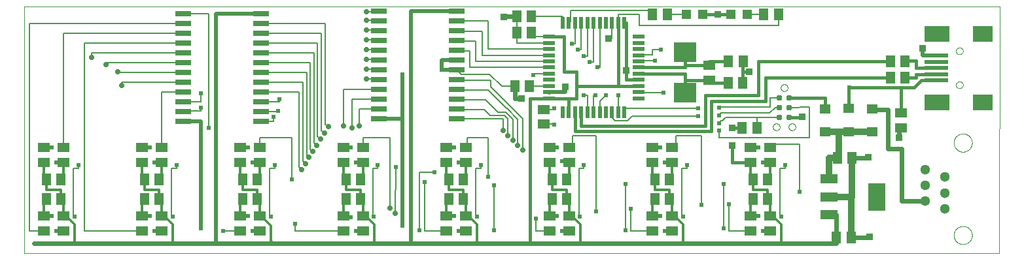
<source format=gtl>
G75*
%MOIN*%
%OFA0B0*%
%FSLAX25Y25*%
%IPPOS*%
%LPD*%
%AMOC8*
5,1,8,0,0,1.08239X$1,22.5*
%
%ADD10C,0.00000*%
%ADD11C,0.03100*%
%ADD12R,0.05512X0.04724*%
%ADD13R,0.09843X0.07874*%
%ADD14R,0.12992X0.07874*%
%ADD15R,0.12205X0.01969*%
%ADD16R,0.05118X0.06299*%
%ADD17R,0.05906X0.05118*%
%ADD18R,0.05118X0.05906*%
%ADD19C,0.05118*%
%ADD20R,0.01969X0.05906*%
%ADD21R,0.05906X0.01969*%
%ADD22R,0.11811X0.09843*%
%ADD23R,0.04724X0.04724*%
%ADD24R,0.08800X0.04800*%
%ADD25R,0.08661X0.14173*%
%ADD26R,0.08000X0.02600*%
%ADD27R,0.06299X0.05118*%
%ADD28C,0.02000*%
%ADD29R,0.02381X0.02381*%
%ADD30R,0.02184X0.02184*%
%ADD31C,0.02381*%
%ADD32C,0.00800*%
%ADD33C,0.01600*%
%ADD34C,0.03200*%
%ADD35R,0.02400X0.02400*%
%ADD36C,0.02400*%
%ADD37R,0.03169X0.03169*%
%ADD38C,0.01200*%
%ADD39OC8,0.02381*%
D10*
X0002667Y0027025D02*
X0002667Y0153025D01*
X0499596Y0153025D01*
X0499355Y0027025D01*
X0002667Y0027025D01*
X0384008Y0091346D02*
X0384010Y0091429D01*
X0384016Y0091512D01*
X0384026Y0091595D01*
X0384040Y0091677D01*
X0384057Y0091759D01*
X0384079Y0091839D01*
X0384104Y0091918D01*
X0384133Y0091996D01*
X0384166Y0092073D01*
X0384203Y0092148D01*
X0384242Y0092221D01*
X0384286Y0092292D01*
X0384332Y0092361D01*
X0384382Y0092428D01*
X0384435Y0092492D01*
X0384491Y0092554D01*
X0384550Y0092613D01*
X0384612Y0092669D01*
X0384676Y0092722D01*
X0384743Y0092772D01*
X0384812Y0092818D01*
X0384883Y0092862D01*
X0384956Y0092901D01*
X0385031Y0092938D01*
X0385108Y0092971D01*
X0385186Y0093000D01*
X0385265Y0093025D01*
X0385345Y0093047D01*
X0385427Y0093064D01*
X0385509Y0093078D01*
X0385592Y0093088D01*
X0385675Y0093094D01*
X0385758Y0093096D01*
X0385841Y0093094D01*
X0385924Y0093088D01*
X0386007Y0093078D01*
X0386089Y0093064D01*
X0386171Y0093047D01*
X0386251Y0093025D01*
X0386330Y0093000D01*
X0386408Y0092971D01*
X0386485Y0092938D01*
X0386560Y0092901D01*
X0386633Y0092862D01*
X0386704Y0092818D01*
X0386773Y0092772D01*
X0386840Y0092722D01*
X0386904Y0092669D01*
X0386966Y0092613D01*
X0387025Y0092554D01*
X0387081Y0092492D01*
X0387134Y0092428D01*
X0387184Y0092361D01*
X0387230Y0092292D01*
X0387274Y0092221D01*
X0387313Y0092148D01*
X0387350Y0092073D01*
X0387383Y0091996D01*
X0387412Y0091918D01*
X0387437Y0091839D01*
X0387459Y0091759D01*
X0387476Y0091677D01*
X0387490Y0091595D01*
X0387500Y0091512D01*
X0387506Y0091429D01*
X0387508Y0091346D01*
X0387506Y0091263D01*
X0387500Y0091180D01*
X0387490Y0091097D01*
X0387476Y0091015D01*
X0387459Y0090933D01*
X0387437Y0090853D01*
X0387412Y0090774D01*
X0387383Y0090696D01*
X0387350Y0090619D01*
X0387313Y0090544D01*
X0387274Y0090471D01*
X0387230Y0090400D01*
X0387184Y0090331D01*
X0387134Y0090264D01*
X0387081Y0090200D01*
X0387025Y0090138D01*
X0386966Y0090079D01*
X0386904Y0090023D01*
X0386840Y0089970D01*
X0386773Y0089920D01*
X0386704Y0089874D01*
X0386633Y0089830D01*
X0386560Y0089791D01*
X0386485Y0089754D01*
X0386408Y0089721D01*
X0386330Y0089692D01*
X0386251Y0089667D01*
X0386171Y0089645D01*
X0386089Y0089628D01*
X0386007Y0089614D01*
X0385924Y0089604D01*
X0385841Y0089598D01*
X0385758Y0089596D01*
X0385675Y0089598D01*
X0385592Y0089604D01*
X0385509Y0089614D01*
X0385427Y0089628D01*
X0385345Y0089645D01*
X0385265Y0089667D01*
X0385186Y0089692D01*
X0385108Y0089721D01*
X0385031Y0089754D01*
X0384956Y0089791D01*
X0384883Y0089830D01*
X0384812Y0089874D01*
X0384743Y0089920D01*
X0384676Y0089970D01*
X0384612Y0090023D01*
X0384550Y0090079D01*
X0384491Y0090138D01*
X0384435Y0090200D01*
X0384382Y0090264D01*
X0384332Y0090331D01*
X0384286Y0090400D01*
X0384242Y0090471D01*
X0384203Y0090544D01*
X0384166Y0090619D01*
X0384133Y0090696D01*
X0384104Y0090774D01*
X0384079Y0090853D01*
X0384057Y0090933D01*
X0384040Y0091015D01*
X0384026Y0091097D01*
X0384016Y0091180D01*
X0384010Y0091263D01*
X0384008Y0091346D01*
X0392008Y0091346D02*
X0392010Y0091429D01*
X0392016Y0091512D01*
X0392026Y0091595D01*
X0392040Y0091677D01*
X0392057Y0091759D01*
X0392079Y0091839D01*
X0392104Y0091918D01*
X0392133Y0091996D01*
X0392166Y0092073D01*
X0392203Y0092148D01*
X0392242Y0092221D01*
X0392286Y0092292D01*
X0392332Y0092361D01*
X0392382Y0092428D01*
X0392435Y0092492D01*
X0392491Y0092554D01*
X0392550Y0092613D01*
X0392612Y0092669D01*
X0392676Y0092722D01*
X0392743Y0092772D01*
X0392812Y0092818D01*
X0392883Y0092862D01*
X0392956Y0092901D01*
X0393031Y0092938D01*
X0393108Y0092971D01*
X0393186Y0093000D01*
X0393265Y0093025D01*
X0393345Y0093047D01*
X0393427Y0093064D01*
X0393509Y0093078D01*
X0393592Y0093088D01*
X0393675Y0093094D01*
X0393758Y0093096D01*
X0393841Y0093094D01*
X0393924Y0093088D01*
X0394007Y0093078D01*
X0394089Y0093064D01*
X0394171Y0093047D01*
X0394251Y0093025D01*
X0394330Y0093000D01*
X0394408Y0092971D01*
X0394485Y0092938D01*
X0394560Y0092901D01*
X0394633Y0092862D01*
X0394704Y0092818D01*
X0394773Y0092772D01*
X0394840Y0092722D01*
X0394904Y0092669D01*
X0394966Y0092613D01*
X0395025Y0092554D01*
X0395081Y0092492D01*
X0395134Y0092428D01*
X0395184Y0092361D01*
X0395230Y0092292D01*
X0395274Y0092221D01*
X0395313Y0092148D01*
X0395350Y0092073D01*
X0395383Y0091996D01*
X0395412Y0091918D01*
X0395437Y0091839D01*
X0395459Y0091759D01*
X0395476Y0091677D01*
X0395490Y0091595D01*
X0395500Y0091512D01*
X0395506Y0091429D01*
X0395508Y0091346D01*
X0395506Y0091263D01*
X0395500Y0091180D01*
X0395490Y0091097D01*
X0395476Y0091015D01*
X0395459Y0090933D01*
X0395437Y0090853D01*
X0395412Y0090774D01*
X0395383Y0090696D01*
X0395350Y0090619D01*
X0395313Y0090544D01*
X0395274Y0090471D01*
X0395230Y0090400D01*
X0395184Y0090331D01*
X0395134Y0090264D01*
X0395081Y0090200D01*
X0395025Y0090138D01*
X0394966Y0090079D01*
X0394904Y0090023D01*
X0394840Y0089970D01*
X0394773Y0089920D01*
X0394704Y0089874D01*
X0394633Y0089830D01*
X0394560Y0089791D01*
X0394485Y0089754D01*
X0394408Y0089721D01*
X0394330Y0089692D01*
X0394251Y0089667D01*
X0394171Y0089645D01*
X0394089Y0089628D01*
X0394007Y0089614D01*
X0393924Y0089604D01*
X0393841Y0089598D01*
X0393758Y0089596D01*
X0393675Y0089598D01*
X0393592Y0089604D01*
X0393509Y0089614D01*
X0393427Y0089628D01*
X0393345Y0089645D01*
X0393265Y0089667D01*
X0393186Y0089692D01*
X0393108Y0089721D01*
X0393031Y0089754D01*
X0392956Y0089791D01*
X0392883Y0089830D01*
X0392812Y0089874D01*
X0392743Y0089920D01*
X0392676Y0089970D01*
X0392612Y0090023D01*
X0392550Y0090079D01*
X0392491Y0090138D01*
X0392435Y0090200D01*
X0392382Y0090264D01*
X0392332Y0090331D01*
X0392286Y0090400D01*
X0392242Y0090471D01*
X0392203Y0090544D01*
X0392166Y0090619D01*
X0392133Y0090696D01*
X0392104Y0090774D01*
X0392079Y0090853D01*
X0392057Y0090933D01*
X0392040Y0091015D01*
X0392026Y0091097D01*
X0392016Y0091180D01*
X0392010Y0091263D01*
X0392008Y0091346D01*
X0388008Y0111346D02*
X0388010Y0111429D01*
X0388016Y0111512D01*
X0388026Y0111595D01*
X0388040Y0111677D01*
X0388057Y0111759D01*
X0388079Y0111839D01*
X0388104Y0111918D01*
X0388133Y0111996D01*
X0388166Y0112073D01*
X0388203Y0112148D01*
X0388242Y0112221D01*
X0388286Y0112292D01*
X0388332Y0112361D01*
X0388382Y0112428D01*
X0388435Y0112492D01*
X0388491Y0112554D01*
X0388550Y0112613D01*
X0388612Y0112669D01*
X0388676Y0112722D01*
X0388743Y0112772D01*
X0388812Y0112818D01*
X0388883Y0112862D01*
X0388956Y0112901D01*
X0389031Y0112938D01*
X0389108Y0112971D01*
X0389186Y0113000D01*
X0389265Y0113025D01*
X0389345Y0113047D01*
X0389427Y0113064D01*
X0389509Y0113078D01*
X0389592Y0113088D01*
X0389675Y0113094D01*
X0389758Y0113096D01*
X0389841Y0113094D01*
X0389924Y0113088D01*
X0390007Y0113078D01*
X0390089Y0113064D01*
X0390171Y0113047D01*
X0390251Y0113025D01*
X0390330Y0113000D01*
X0390408Y0112971D01*
X0390485Y0112938D01*
X0390560Y0112901D01*
X0390633Y0112862D01*
X0390704Y0112818D01*
X0390773Y0112772D01*
X0390840Y0112722D01*
X0390904Y0112669D01*
X0390966Y0112613D01*
X0391025Y0112554D01*
X0391081Y0112492D01*
X0391134Y0112428D01*
X0391184Y0112361D01*
X0391230Y0112292D01*
X0391274Y0112221D01*
X0391313Y0112148D01*
X0391350Y0112073D01*
X0391383Y0111996D01*
X0391412Y0111918D01*
X0391437Y0111839D01*
X0391459Y0111759D01*
X0391476Y0111677D01*
X0391490Y0111595D01*
X0391500Y0111512D01*
X0391506Y0111429D01*
X0391508Y0111346D01*
X0391506Y0111263D01*
X0391500Y0111180D01*
X0391490Y0111097D01*
X0391476Y0111015D01*
X0391459Y0110933D01*
X0391437Y0110853D01*
X0391412Y0110774D01*
X0391383Y0110696D01*
X0391350Y0110619D01*
X0391313Y0110544D01*
X0391274Y0110471D01*
X0391230Y0110400D01*
X0391184Y0110331D01*
X0391134Y0110264D01*
X0391081Y0110200D01*
X0391025Y0110138D01*
X0390966Y0110079D01*
X0390904Y0110023D01*
X0390840Y0109970D01*
X0390773Y0109920D01*
X0390704Y0109874D01*
X0390633Y0109830D01*
X0390560Y0109791D01*
X0390485Y0109754D01*
X0390408Y0109721D01*
X0390330Y0109692D01*
X0390251Y0109667D01*
X0390171Y0109645D01*
X0390089Y0109628D01*
X0390007Y0109614D01*
X0389924Y0109604D01*
X0389841Y0109598D01*
X0389758Y0109596D01*
X0389675Y0109598D01*
X0389592Y0109604D01*
X0389509Y0109614D01*
X0389427Y0109628D01*
X0389345Y0109645D01*
X0389265Y0109667D01*
X0389186Y0109692D01*
X0389108Y0109721D01*
X0389031Y0109754D01*
X0388956Y0109791D01*
X0388883Y0109830D01*
X0388812Y0109874D01*
X0388743Y0109920D01*
X0388676Y0109970D01*
X0388612Y0110023D01*
X0388550Y0110079D01*
X0388491Y0110138D01*
X0388435Y0110200D01*
X0388382Y0110264D01*
X0388332Y0110331D01*
X0388286Y0110400D01*
X0388242Y0110471D01*
X0388203Y0110544D01*
X0388166Y0110619D01*
X0388133Y0110696D01*
X0388104Y0110774D01*
X0388079Y0110853D01*
X0388057Y0110933D01*
X0388040Y0111015D01*
X0388026Y0111097D01*
X0388016Y0111180D01*
X0388010Y0111263D01*
X0388008Y0111346D01*
X0477273Y0112852D02*
X0477275Y0112936D01*
X0477281Y0113019D01*
X0477291Y0113102D01*
X0477305Y0113185D01*
X0477322Y0113267D01*
X0477344Y0113348D01*
X0477369Y0113427D01*
X0477398Y0113506D01*
X0477431Y0113583D01*
X0477467Y0113658D01*
X0477507Y0113732D01*
X0477550Y0113804D01*
X0477597Y0113873D01*
X0477647Y0113940D01*
X0477700Y0114005D01*
X0477756Y0114067D01*
X0477814Y0114127D01*
X0477876Y0114184D01*
X0477940Y0114237D01*
X0478007Y0114288D01*
X0478076Y0114335D01*
X0478147Y0114380D01*
X0478220Y0114420D01*
X0478295Y0114457D01*
X0478372Y0114491D01*
X0478450Y0114521D01*
X0478529Y0114547D01*
X0478610Y0114570D01*
X0478692Y0114588D01*
X0478774Y0114603D01*
X0478857Y0114614D01*
X0478940Y0114621D01*
X0479024Y0114624D01*
X0479108Y0114623D01*
X0479191Y0114618D01*
X0479275Y0114609D01*
X0479357Y0114596D01*
X0479439Y0114580D01*
X0479520Y0114559D01*
X0479601Y0114535D01*
X0479679Y0114507D01*
X0479757Y0114475D01*
X0479833Y0114439D01*
X0479907Y0114400D01*
X0479979Y0114358D01*
X0480049Y0114312D01*
X0480117Y0114263D01*
X0480182Y0114211D01*
X0480245Y0114156D01*
X0480305Y0114098D01*
X0480363Y0114037D01*
X0480417Y0113973D01*
X0480469Y0113907D01*
X0480517Y0113839D01*
X0480562Y0113768D01*
X0480603Y0113695D01*
X0480642Y0113621D01*
X0480676Y0113545D01*
X0480707Y0113467D01*
X0480734Y0113388D01*
X0480758Y0113307D01*
X0480777Y0113226D01*
X0480793Y0113144D01*
X0480805Y0113061D01*
X0480813Y0112977D01*
X0480817Y0112894D01*
X0480817Y0112810D01*
X0480813Y0112727D01*
X0480805Y0112643D01*
X0480793Y0112560D01*
X0480777Y0112478D01*
X0480758Y0112397D01*
X0480734Y0112316D01*
X0480707Y0112237D01*
X0480676Y0112159D01*
X0480642Y0112083D01*
X0480603Y0112009D01*
X0480562Y0111936D01*
X0480517Y0111865D01*
X0480469Y0111797D01*
X0480417Y0111731D01*
X0480363Y0111667D01*
X0480305Y0111606D01*
X0480245Y0111548D01*
X0480182Y0111493D01*
X0480117Y0111441D01*
X0480049Y0111392D01*
X0479979Y0111346D01*
X0479907Y0111304D01*
X0479833Y0111265D01*
X0479757Y0111229D01*
X0479679Y0111197D01*
X0479601Y0111169D01*
X0479520Y0111145D01*
X0479439Y0111124D01*
X0479357Y0111108D01*
X0479275Y0111095D01*
X0479191Y0111086D01*
X0479108Y0111081D01*
X0479024Y0111080D01*
X0478940Y0111083D01*
X0478857Y0111090D01*
X0478774Y0111101D01*
X0478692Y0111116D01*
X0478610Y0111134D01*
X0478529Y0111157D01*
X0478450Y0111183D01*
X0478372Y0111213D01*
X0478295Y0111247D01*
X0478220Y0111284D01*
X0478147Y0111324D01*
X0478076Y0111369D01*
X0478007Y0111416D01*
X0477940Y0111467D01*
X0477876Y0111520D01*
X0477814Y0111577D01*
X0477756Y0111637D01*
X0477700Y0111699D01*
X0477647Y0111764D01*
X0477597Y0111831D01*
X0477550Y0111900D01*
X0477507Y0111972D01*
X0477467Y0112046D01*
X0477431Y0112121D01*
X0477398Y0112198D01*
X0477369Y0112277D01*
X0477344Y0112356D01*
X0477322Y0112437D01*
X0477305Y0112519D01*
X0477291Y0112602D01*
X0477281Y0112685D01*
X0477275Y0112768D01*
X0477273Y0112852D01*
X0477273Y0130175D02*
X0477275Y0130259D01*
X0477281Y0130342D01*
X0477291Y0130425D01*
X0477305Y0130508D01*
X0477322Y0130590D01*
X0477344Y0130671D01*
X0477369Y0130750D01*
X0477398Y0130829D01*
X0477431Y0130906D01*
X0477467Y0130981D01*
X0477507Y0131055D01*
X0477550Y0131127D01*
X0477597Y0131196D01*
X0477647Y0131263D01*
X0477700Y0131328D01*
X0477756Y0131390D01*
X0477814Y0131450D01*
X0477876Y0131507D01*
X0477940Y0131560D01*
X0478007Y0131611D01*
X0478076Y0131658D01*
X0478147Y0131703D01*
X0478220Y0131743D01*
X0478295Y0131780D01*
X0478372Y0131814D01*
X0478450Y0131844D01*
X0478529Y0131870D01*
X0478610Y0131893D01*
X0478692Y0131911D01*
X0478774Y0131926D01*
X0478857Y0131937D01*
X0478940Y0131944D01*
X0479024Y0131947D01*
X0479108Y0131946D01*
X0479191Y0131941D01*
X0479275Y0131932D01*
X0479357Y0131919D01*
X0479439Y0131903D01*
X0479520Y0131882D01*
X0479601Y0131858D01*
X0479679Y0131830D01*
X0479757Y0131798D01*
X0479833Y0131762D01*
X0479907Y0131723D01*
X0479979Y0131681D01*
X0480049Y0131635D01*
X0480117Y0131586D01*
X0480182Y0131534D01*
X0480245Y0131479D01*
X0480305Y0131421D01*
X0480363Y0131360D01*
X0480417Y0131296D01*
X0480469Y0131230D01*
X0480517Y0131162D01*
X0480562Y0131091D01*
X0480603Y0131018D01*
X0480642Y0130944D01*
X0480676Y0130868D01*
X0480707Y0130790D01*
X0480734Y0130711D01*
X0480758Y0130630D01*
X0480777Y0130549D01*
X0480793Y0130467D01*
X0480805Y0130384D01*
X0480813Y0130300D01*
X0480817Y0130217D01*
X0480817Y0130133D01*
X0480813Y0130050D01*
X0480805Y0129966D01*
X0480793Y0129883D01*
X0480777Y0129801D01*
X0480758Y0129720D01*
X0480734Y0129639D01*
X0480707Y0129560D01*
X0480676Y0129482D01*
X0480642Y0129406D01*
X0480603Y0129332D01*
X0480562Y0129259D01*
X0480517Y0129188D01*
X0480469Y0129120D01*
X0480417Y0129054D01*
X0480363Y0128990D01*
X0480305Y0128929D01*
X0480245Y0128871D01*
X0480182Y0128816D01*
X0480117Y0128764D01*
X0480049Y0128715D01*
X0479979Y0128669D01*
X0479907Y0128627D01*
X0479833Y0128588D01*
X0479757Y0128552D01*
X0479679Y0128520D01*
X0479601Y0128492D01*
X0479520Y0128468D01*
X0479439Y0128447D01*
X0479357Y0128431D01*
X0479275Y0128418D01*
X0479191Y0128409D01*
X0479108Y0128404D01*
X0479024Y0128403D01*
X0478940Y0128406D01*
X0478857Y0128413D01*
X0478774Y0128424D01*
X0478692Y0128439D01*
X0478610Y0128457D01*
X0478529Y0128480D01*
X0478450Y0128506D01*
X0478372Y0128536D01*
X0478295Y0128570D01*
X0478220Y0128607D01*
X0478147Y0128647D01*
X0478076Y0128692D01*
X0478007Y0128739D01*
X0477940Y0128790D01*
X0477876Y0128843D01*
X0477814Y0128900D01*
X0477756Y0128960D01*
X0477700Y0129022D01*
X0477647Y0129087D01*
X0477597Y0129154D01*
X0477550Y0129223D01*
X0477507Y0129295D01*
X0477467Y0129369D01*
X0477431Y0129444D01*
X0477398Y0129521D01*
X0477369Y0129600D01*
X0477344Y0129679D01*
X0477322Y0129760D01*
X0477305Y0129842D01*
X0477291Y0129925D01*
X0477281Y0130008D01*
X0477275Y0130091D01*
X0477273Y0130175D01*
X0476130Y0083285D02*
X0476132Y0083421D01*
X0476138Y0083556D01*
X0476148Y0083692D01*
X0476162Y0083827D01*
X0476180Y0083961D01*
X0476201Y0084095D01*
X0476227Y0084229D01*
X0476256Y0084361D01*
X0476290Y0084493D01*
X0476327Y0084624D01*
X0476368Y0084753D01*
X0476413Y0084881D01*
X0476461Y0085008D01*
X0476513Y0085133D01*
X0476569Y0085257D01*
X0476629Y0085379D01*
X0476692Y0085499D01*
X0476758Y0085618D01*
X0476828Y0085734D01*
X0476901Y0085849D01*
X0476978Y0085961D01*
X0477058Y0086070D01*
X0477141Y0086178D01*
X0477227Y0086283D01*
X0477316Y0086385D01*
X0477408Y0086485D01*
X0477503Y0086582D01*
X0477601Y0086676D01*
X0477701Y0086768D01*
X0477804Y0086856D01*
X0477910Y0086941D01*
X0478018Y0087024D01*
X0478128Y0087103D01*
X0478241Y0087178D01*
X0478356Y0087251D01*
X0478473Y0087320D01*
X0478592Y0087385D01*
X0478712Y0087447D01*
X0478835Y0087506D01*
X0478959Y0087561D01*
X0479085Y0087612D01*
X0479212Y0087660D01*
X0479340Y0087704D01*
X0479470Y0087744D01*
X0479601Y0087780D01*
X0479733Y0087812D01*
X0479865Y0087841D01*
X0479999Y0087866D01*
X0480133Y0087886D01*
X0480268Y0087903D01*
X0480403Y0087916D01*
X0480538Y0087925D01*
X0480674Y0087930D01*
X0480810Y0087931D01*
X0480946Y0087928D01*
X0481081Y0087921D01*
X0481217Y0087910D01*
X0481352Y0087895D01*
X0481486Y0087876D01*
X0481620Y0087854D01*
X0481753Y0087827D01*
X0481885Y0087797D01*
X0482017Y0087762D01*
X0482147Y0087724D01*
X0482276Y0087682D01*
X0482404Y0087636D01*
X0482530Y0087587D01*
X0482655Y0087534D01*
X0482779Y0087477D01*
X0482900Y0087417D01*
X0483020Y0087353D01*
X0483138Y0087286D01*
X0483254Y0087215D01*
X0483368Y0087141D01*
X0483479Y0087064D01*
X0483589Y0086983D01*
X0483695Y0086899D01*
X0483800Y0086812D01*
X0483902Y0086722D01*
X0484001Y0086630D01*
X0484097Y0086534D01*
X0484191Y0086436D01*
X0484281Y0086334D01*
X0484369Y0086231D01*
X0484453Y0086125D01*
X0484535Y0086016D01*
X0484613Y0085905D01*
X0484688Y0085792D01*
X0484759Y0085676D01*
X0484828Y0085559D01*
X0484892Y0085439D01*
X0484953Y0085318D01*
X0485011Y0085195D01*
X0485065Y0085071D01*
X0485115Y0084945D01*
X0485162Y0084817D01*
X0485205Y0084688D01*
X0485244Y0084558D01*
X0485279Y0084427D01*
X0485311Y0084295D01*
X0485338Y0084162D01*
X0485362Y0084029D01*
X0485382Y0083894D01*
X0485398Y0083759D01*
X0485410Y0083624D01*
X0485418Y0083489D01*
X0485422Y0083353D01*
X0485422Y0083217D01*
X0485418Y0083081D01*
X0485410Y0082946D01*
X0485398Y0082811D01*
X0485382Y0082676D01*
X0485362Y0082541D01*
X0485338Y0082408D01*
X0485311Y0082275D01*
X0485279Y0082143D01*
X0485244Y0082012D01*
X0485205Y0081882D01*
X0485162Y0081753D01*
X0485115Y0081625D01*
X0485065Y0081499D01*
X0485011Y0081375D01*
X0484953Y0081252D01*
X0484892Y0081131D01*
X0484828Y0081011D01*
X0484759Y0080894D01*
X0484688Y0080778D01*
X0484613Y0080665D01*
X0484535Y0080554D01*
X0484453Y0080445D01*
X0484369Y0080339D01*
X0484281Y0080236D01*
X0484191Y0080134D01*
X0484097Y0080036D01*
X0484001Y0079940D01*
X0483902Y0079848D01*
X0483800Y0079758D01*
X0483695Y0079671D01*
X0483589Y0079587D01*
X0483479Y0079506D01*
X0483368Y0079429D01*
X0483254Y0079355D01*
X0483138Y0079284D01*
X0483020Y0079217D01*
X0482900Y0079153D01*
X0482779Y0079093D01*
X0482655Y0079036D01*
X0482530Y0078983D01*
X0482404Y0078934D01*
X0482276Y0078888D01*
X0482147Y0078846D01*
X0482017Y0078808D01*
X0481885Y0078773D01*
X0481753Y0078743D01*
X0481620Y0078716D01*
X0481486Y0078694D01*
X0481352Y0078675D01*
X0481217Y0078660D01*
X0481081Y0078649D01*
X0480946Y0078642D01*
X0480810Y0078639D01*
X0480674Y0078640D01*
X0480538Y0078645D01*
X0480403Y0078654D01*
X0480268Y0078667D01*
X0480133Y0078684D01*
X0479999Y0078704D01*
X0479865Y0078729D01*
X0479733Y0078758D01*
X0479601Y0078790D01*
X0479470Y0078826D01*
X0479340Y0078866D01*
X0479212Y0078910D01*
X0479085Y0078958D01*
X0478959Y0079009D01*
X0478835Y0079064D01*
X0478712Y0079123D01*
X0478592Y0079185D01*
X0478473Y0079250D01*
X0478356Y0079319D01*
X0478241Y0079392D01*
X0478128Y0079467D01*
X0478018Y0079546D01*
X0477910Y0079629D01*
X0477804Y0079714D01*
X0477701Y0079802D01*
X0477601Y0079894D01*
X0477503Y0079988D01*
X0477408Y0080085D01*
X0477316Y0080185D01*
X0477227Y0080287D01*
X0477141Y0080392D01*
X0477058Y0080500D01*
X0476978Y0080609D01*
X0476901Y0080721D01*
X0476828Y0080836D01*
X0476758Y0080952D01*
X0476692Y0081071D01*
X0476629Y0081191D01*
X0476569Y0081313D01*
X0476513Y0081437D01*
X0476461Y0081562D01*
X0476413Y0081689D01*
X0476368Y0081817D01*
X0476327Y0081946D01*
X0476290Y0082077D01*
X0476256Y0082209D01*
X0476227Y0082341D01*
X0476201Y0082475D01*
X0476180Y0082609D01*
X0476162Y0082743D01*
X0476148Y0082878D01*
X0476138Y0083014D01*
X0476132Y0083149D01*
X0476130Y0083285D01*
X0476130Y0036041D02*
X0476132Y0036177D01*
X0476138Y0036312D01*
X0476148Y0036448D01*
X0476162Y0036583D01*
X0476180Y0036717D01*
X0476201Y0036851D01*
X0476227Y0036985D01*
X0476256Y0037117D01*
X0476290Y0037249D01*
X0476327Y0037380D01*
X0476368Y0037509D01*
X0476413Y0037637D01*
X0476461Y0037764D01*
X0476513Y0037889D01*
X0476569Y0038013D01*
X0476629Y0038135D01*
X0476692Y0038255D01*
X0476758Y0038374D01*
X0476828Y0038490D01*
X0476901Y0038605D01*
X0476978Y0038717D01*
X0477058Y0038826D01*
X0477141Y0038934D01*
X0477227Y0039039D01*
X0477316Y0039141D01*
X0477408Y0039241D01*
X0477503Y0039338D01*
X0477601Y0039432D01*
X0477701Y0039524D01*
X0477804Y0039612D01*
X0477910Y0039697D01*
X0478018Y0039780D01*
X0478128Y0039859D01*
X0478241Y0039934D01*
X0478356Y0040007D01*
X0478473Y0040076D01*
X0478592Y0040141D01*
X0478712Y0040203D01*
X0478835Y0040262D01*
X0478959Y0040317D01*
X0479085Y0040368D01*
X0479212Y0040416D01*
X0479340Y0040460D01*
X0479470Y0040500D01*
X0479601Y0040536D01*
X0479733Y0040568D01*
X0479865Y0040597D01*
X0479999Y0040622D01*
X0480133Y0040642D01*
X0480268Y0040659D01*
X0480403Y0040672D01*
X0480538Y0040681D01*
X0480674Y0040686D01*
X0480810Y0040687D01*
X0480946Y0040684D01*
X0481081Y0040677D01*
X0481217Y0040666D01*
X0481352Y0040651D01*
X0481486Y0040632D01*
X0481620Y0040610D01*
X0481753Y0040583D01*
X0481885Y0040553D01*
X0482017Y0040518D01*
X0482147Y0040480D01*
X0482276Y0040438D01*
X0482404Y0040392D01*
X0482530Y0040343D01*
X0482655Y0040290D01*
X0482779Y0040233D01*
X0482900Y0040173D01*
X0483020Y0040109D01*
X0483138Y0040042D01*
X0483254Y0039971D01*
X0483368Y0039897D01*
X0483479Y0039820D01*
X0483589Y0039739D01*
X0483695Y0039655D01*
X0483800Y0039568D01*
X0483902Y0039478D01*
X0484001Y0039386D01*
X0484097Y0039290D01*
X0484191Y0039192D01*
X0484281Y0039090D01*
X0484369Y0038987D01*
X0484453Y0038881D01*
X0484535Y0038772D01*
X0484613Y0038661D01*
X0484688Y0038548D01*
X0484759Y0038432D01*
X0484828Y0038315D01*
X0484892Y0038195D01*
X0484953Y0038074D01*
X0485011Y0037951D01*
X0485065Y0037827D01*
X0485115Y0037701D01*
X0485162Y0037573D01*
X0485205Y0037444D01*
X0485244Y0037314D01*
X0485279Y0037183D01*
X0485311Y0037051D01*
X0485338Y0036918D01*
X0485362Y0036785D01*
X0485382Y0036650D01*
X0485398Y0036515D01*
X0485410Y0036380D01*
X0485418Y0036245D01*
X0485422Y0036109D01*
X0485422Y0035973D01*
X0485418Y0035837D01*
X0485410Y0035702D01*
X0485398Y0035567D01*
X0485382Y0035432D01*
X0485362Y0035297D01*
X0485338Y0035164D01*
X0485311Y0035031D01*
X0485279Y0034899D01*
X0485244Y0034768D01*
X0485205Y0034638D01*
X0485162Y0034509D01*
X0485115Y0034381D01*
X0485065Y0034255D01*
X0485011Y0034131D01*
X0484953Y0034008D01*
X0484892Y0033887D01*
X0484828Y0033767D01*
X0484759Y0033650D01*
X0484688Y0033534D01*
X0484613Y0033421D01*
X0484535Y0033310D01*
X0484453Y0033201D01*
X0484369Y0033095D01*
X0484281Y0032992D01*
X0484191Y0032890D01*
X0484097Y0032792D01*
X0484001Y0032696D01*
X0483902Y0032604D01*
X0483800Y0032514D01*
X0483695Y0032427D01*
X0483589Y0032343D01*
X0483479Y0032262D01*
X0483368Y0032185D01*
X0483254Y0032111D01*
X0483138Y0032040D01*
X0483020Y0031973D01*
X0482900Y0031909D01*
X0482779Y0031849D01*
X0482655Y0031792D01*
X0482530Y0031739D01*
X0482404Y0031690D01*
X0482276Y0031644D01*
X0482147Y0031602D01*
X0482017Y0031564D01*
X0481885Y0031529D01*
X0481753Y0031499D01*
X0481620Y0031472D01*
X0481486Y0031450D01*
X0481352Y0031431D01*
X0481217Y0031416D01*
X0481081Y0031405D01*
X0480946Y0031398D01*
X0480810Y0031395D01*
X0480674Y0031396D01*
X0480538Y0031401D01*
X0480403Y0031410D01*
X0480268Y0031423D01*
X0480133Y0031440D01*
X0479999Y0031460D01*
X0479865Y0031485D01*
X0479733Y0031514D01*
X0479601Y0031546D01*
X0479470Y0031582D01*
X0479340Y0031622D01*
X0479212Y0031666D01*
X0479085Y0031714D01*
X0478959Y0031765D01*
X0478835Y0031820D01*
X0478712Y0031879D01*
X0478592Y0031941D01*
X0478473Y0032006D01*
X0478356Y0032075D01*
X0478241Y0032148D01*
X0478128Y0032223D01*
X0478018Y0032302D01*
X0477910Y0032385D01*
X0477804Y0032470D01*
X0477701Y0032558D01*
X0477601Y0032650D01*
X0477503Y0032744D01*
X0477408Y0032841D01*
X0477316Y0032941D01*
X0477227Y0033043D01*
X0477141Y0033148D01*
X0477058Y0033256D01*
X0476978Y0033365D01*
X0476901Y0033477D01*
X0476828Y0033592D01*
X0476758Y0033708D01*
X0476692Y0033827D01*
X0476629Y0033947D01*
X0476569Y0034069D01*
X0476513Y0034193D01*
X0476461Y0034318D01*
X0476413Y0034445D01*
X0476368Y0034573D01*
X0476327Y0034702D01*
X0476290Y0034833D01*
X0476256Y0034965D01*
X0476227Y0035097D01*
X0476201Y0035231D01*
X0476180Y0035365D01*
X0476162Y0035499D01*
X0476148Y0035634D01*
X0476138Y0035770D01*
X0476132Y0035905D01*
X0476130Y0036041D01*
D11*
X0392258Y0096346D03*
X0387258Y0096346D03*
X0387258Y0101346D03*
X0392258Y0101346D03*
X0392258Y0106346D03*
X0387258Y0106346D03*
D12*
X0410408Y0100603D03*
X0422647Y0100843D03*
X0434651Y0100686D03*
X0434651Y0088875D03*
X0422647Y0089032D03*
X0410408Y0088792D03*
D13*
X0490856Y0103994D03*
X0490856Y0139033D03*
D14*
X0467627Y0139033D03*
X0467627Y0103994D03*
D15*
X0467234Y0115214D03*
X0467234Y0118364D03*
X0467234Y0121513D03*
X0467234Y0124663D03*
X0467234Y0127812D03*
D16*
X0451407Y0125025D03*
X0443927Y0125025D03*
X0443871Y0116529D03*
X0451352Y0116529D03*
X0375865Y0090939D03*
X0368384Y0090939D03*
X0260973Y0147923D03*
X0253492Y0147923D03*
D17*
X0351521Y0122755D03*
X0351521Y0115275D03*
X0267118Y0100315D03*
X0267118Y0092834D03*
X0449332Y0090928D03*
X0449332Y0098408D03*
D18*
X0424351Y0075674D03*
X0416870Y0075674D03*
X0381407Y0064525D03*
X0373927Y0064525D03*
X0373927Y0054525D03*
X0381407Y0054525D03*
X0331407Y0054525D03*
X0323927Y0054525D03*
X0323927Y0064525D03*
X0331407Y0064525D03*
X0278907Y0064525D03*
X0271427Y0064525D03*
X0271427Y0054525D03*
X0278907Y0054525D03*
X0226407Y0054525D03*
X0218927Y0054525D03*
X0218927Y0064525D03*
X0226407Y0064525D03*
X0173907Y0064525D03*
X0166427Y0064525D03*
X0166427Y0054525D03*
X0173907Y0054525D03*
X0121407Y0054525D03*
X0113927Y0054525D03*
X0113927Y0064525D03*
X0121407Y0064525D03*
X0071407Y0064525D03*
X0063927Y0064525D03*
X0063927Y0054525D03*
X0071407Y0054525D03*
X0021407Y0054525D03*
X0013927Y0054525D03*
X0013927Y0064525D03*
X0021407Y0064525D03*
X0252411Y0112054D03*
X0259891Y0112054D03*
X0260913Y0139413D03*
X0253433Y0139413D03*
X0322712Y0149017D03*
X0330192Y0149017D03*
X0379346Y0148792D03*
X0386826Y0148792D03*
X0368764Y0124758D03*
X0361283Y0124758D03*
X0361234Y0114008D03*
X0368714Y0114008D03*
X0416326Y0035032D03*
X0423806Y0035032D03*
D19*
X0471721Y0049663D03*
X0461721Y0053600D03*
X0471721Y0057694D03*
X0461721Y0061631D03*
X0471721Y0065726D03*
X0461721Y0069663D03*
D20*
X0308350Y0098886D03*
X0305200Y0098886D03*
X0302051Y0098886D03*
X0298901Y0098886D03*
X0295751Y0098886D03*
X0292602Y0098886D03*
X0289452Y0098886D03*
X0286303Y0098886D03*
X0283153Y0098886D03*
X0280003Y0098886D03*
X0276854Y0098886D03*
X0276854Y0144555D03*
X0280003Y0144555D03*
X0283153Y0144555D03*
X0286303Y0144555D03*
X0289452Y0144555D03*
X0292602Y0144555D03*
X0295751Y0144555D03*
X0298901Y0144555D03*
X0302051Y0144555D03*
X0305200Y0144555D03*
X0308350Y0144555D03*
D21*
X0315436Y0137468D03*
X0315436Y0134319D03*
X0315436Y0131169D03*
X0315436Y0128020D03*
X0315436Y0124870D03*
X0315436Y0121720D03*
X0315436Y0118571D03*
X0315436Y0115421D03*
X0315436Y0112272D03*
X0315436Y0109122D03*
X0315436Y0105972D03*
X0269767Y0105972D03*
X0269767Y0109122D03*
X0269767Y0112272D03*
X0269767Y0115421D03*
X0269767Y0118571D03*
X0269767Y0121720D03*
X0269767Y0124870D03*
X0269767Y0128020D03*
X0269767Y0131169D03*
X0269767Y0134319D03*
X0269767Y0137468D03*
D22*
X0339094Y0129445D03*
X0339094Y0108854D03*
D23*
X0340047Y0149012D03*
X0348314Y0149012D03*
X0362620Y0148862D03*
X0370888Y0148862D03*
D24*
X0412632Y0064801D03*
X0412632Y0055701D03*
X0412632Y0046601D03*
D25*
X0437032Y0055701D03*
D26*
X0222939Y0095440D03*
X0222939Y0100440D03*
X0222939Y0105440D03*
X0222939Y0110440D03*
X0222939Y0115440D03*
X0222939Y0120440D03*
X0222939Y0125440D03*
X0222939Y0130440D03*
X0222939Y0135440D03*
X0222939Y0140440D03*
X0222939Y0145440D03*
X0222939Y0150440D03*
X0183339Y0150440D03*
X0183339Y0145440D03*
X0183339Y0140440D03*
X0183339Y0135440D03*
X0183339Y0130440D03*
X0183339Y0125440D03*
X0183339Y0120440D03*
X0183339Y0115440D03*
X0183339Y0110440D03*
X0183339Y0105440D03*
X0183339Y0100440D03*
X0183339Y0095440D03*
X0123132Y0094270D03*
X0123132Y0099270D03*
X0123132Y0104270D03*
X0123132Y0109270D03*
X0123132Y0114270D03*
X0123132Y0119270D03*
X0123132Y0124270D03*
X0123132Y0129270D03*
X0123132Y0134270D03*
X0123132Y0139270D03*
X0123132Y0144270D03*
X0123132Y0149270D03*
X0083532Y0149270D03*
X0083532Y0144270D03*
X0083532Y0139270D03*
X0083532Y0134270D03*
X0083532Y0129270D03*
X0083532Y0124270D03*
X0083532Y0119270D03*
X0083532Y0114270D03*
X0083532Y0109270D03*
X0083532Y0104270D03*
X0083532Y0099270D03*
X0083532Y0094270D03*
D27*
X0072667Y0080765D03*
X0062667Y0080765D03*
X0062667Y0073285D03*
X0072667Y0073285D03*
X0112667Y0073285D03*
X0122667Y0073285D03*
X0122667Y0080765D03*
X0112667Y0080765D03*
X0165167Y0080765D03*
X0175167Y0080765D03*
X0175167Y0073285D03*
X0165167Y0073285D03*
X0217667Y0073285D03*
X0227667Y0073285D03*
X0227667Y0080765D03*
X0217667Y0080765D03*
X0270167Y0080765D03*
X0280167Y0080765D03*
X0280167Y0073285D03*
X0270167Y0073285D03*
X0322667Y0073285D03*
X0332667Y0073285D03*
X0332667Y0080765D03*
X0322667Y0080765D03*
X0372667Y0080765D03*
X0382667Y0080765D03*
X0382667Y0073285D03*
X0372667Y0073285D03*
X0372667Y0045765D03*
X0382667Y0045765D03*
X0382667Y0038285D03*
X0372667Y0038285D03*
X0332667Y0038285D03*
X0322667Y0038285D03*
X0322667Y0045765D03*
X0332667Y0045765D03*
X0280167Y0045765D03*
X0270167Y0045765D03*
X0270167Y0038285D03*
X0280167Y0038285D03*
X0227667Y0038285D03*
X0217667Y0038285D03*
X0217667Y0045765D03*
X0227667Y0045765D03*
X0175167Y0045765D03*
X0165167Y0045765D03*
X0165167Y0038285D03*
X0175167Y0038285D03*
X0122667Y0038285D03*
X0112667Y0038285D03*
X0112667Y0045765D03*
X0122667Y0045765D03*
X0072667Y0045765D03*
X0062667Y0045765D03*
X0062667Y0038285D03*
X0072667Y0038285D03*
X0022667Y0038285D03*
X0012667Y0038285D03*
X0012667Y0045765D03*
X0022667Y0045765D03*
X0022667Y0073285D03*
X0012667Y0073285D03*
X0012667Y0080765D03*
X0022667Y0080765D03*
D28*
X0083532Y0094270D02*
X0092667Y0094270D01*
X0092667Y0039525D01*
X0100356Y0032025D02*
X0100356Y0149270D01*
X0123132Y0149270D01*
X0199476Y0150440D02*
X0199476Y0032025D01*
X0195167Y0040775D02*
X0195167Y0095440D01*
X0195167Y0118275D01*
X0215167Y0120440D02*
X0222939Y0120440D01*
X0215167Y0120440D02*
X0215167Y0125440D01*
X0222939Y0125440D01*
X0269767Y0109122D02*
X0278292Y0109122D01*
X0278292Y0112025D01*
X0195167Y0095440D02*
X0183339Y0095440D01*
X0199476Y0150440D02*
X0222939Y0150440D01*
X0460167Y0131400D02*
X0460167Y0127812D01*
X0467234Y0127812D01*
D29*
X0294542Y0122025D03*
X0290620Y0124603D03*
X0287553Y0127689D03*
X0284485Y0130775D03*
X0281417Y0133900D03*
X0262042Y0117707D03*
X0096417Y0090775D03*
X0195167Y0040775D03*
D30*
X0203917Y0038482D03*
X0242042Y0038482D03*
X0263292Y0044525D03*
X0293917Y0048275D03*
X0311417Y0049525D03*
X0308917Y0038482D03*
X0347667Y0051552D03*
X0361417Y0052025D03*
X0358917Y0062337D03*
X0397667Y0058275D03*
X0358917Y0039525D03*
X0308917Y0062337D03*
X0242042Y0061450D03*
X0238917Y0065775D03*
X0211417Y0068275D03*
X0206417Y0063275D03*
X0192042Y0070775D03*
X0138917Y0064525D03*
X0140479Y0042025D03*
X0103917Y0038275D03*
X0092667Y0039525D03*
X0129542Y0096400D03*
X0132042Y0099525D03*
X0132667Y0105520D03*
X0092667Y0108587D03*
X0092667Y0101045D03*
X0195167Y0118275D03*
X0215167Y0120440D03*
D31*
X0221417Y0080775D03*
X0223917Y0073275D03*
X0235167Y0072025D03*
X0273917Y0080775D03*
X0276417Y0073900D03*
X0287667Y0072025D03*
X0326417Y0080775D03*
X0328917Y0073275D03*
X0340167Y0072025D03*
X0376417Y0080775D03*
X0378917Y0073275D03*
X0390167Y0072025D03*
X0388191Y0045568D03*
X0376417Y0045775D03*
X0378917Y0038275D03*
X0338191Y0045568D03*
X0326417Y0045775D03*
X0328917Y0038275D03*
X0285691Y0045568D03*
X0273917Y0045775D03*
X0276417Y0038275D03*
X0233191Y0045568D03*
X0221417Y0045775D03*
X0223917Y0038275D03*
X0180691Y0045568D03*
X0168917Y0045150D03*
X0171417Y0038275D03*
X0128191Y0045568D03*
X0116417Y0045775D03*
X0118917Y0038275D03*
X0078191Y0045568D03*
X0066417Y0045775D03*
X0068917Y0038275D03*
X0028191Y0045568D03*
X0016417Y0045775D03*
X0018917Y0038275D03*
X0030167Y0072025D03*
X0018917Y0073275D03*
X0016417Y0080775D03*
X0066417Y0080775D03*
X0068917Y0073275D03*
X0080167Y0072025D03*
X0116417Y0080775D03*
X0118917Y0073275D03*
X0130167Y0072025D03*
X0168917Y0080775D03*
X0171417Y0073275D03*
X0182667Y0072025D03*
D32*
X0182667Y0070150D01*
X0180167Y0070150D01*
X0180167Y0045775D01*
X0180484Y0045775D01*
X0180691Y0045568D01*
X0188917Y0049837D02*
X0188917Y0085775D01*
X0175167Y0085775D01*
X0175167Y0080765D01*
X0168917Y0080765D02*
X0168917Y0080775D01*
X0168917Y0080765D02*
X0165167Y0080765D01*
X0153604Y0085150D02*
X0152042Y0086400D01*
X0152042Y0101400D01*
X0152042Y0111400D01*
X0152042Y0134270D01*
X0123132Y0134270D01*
X0123132Y0139270D02*
X0153917Y0139270D01*
X0153917Y0089525D01*
X0155479Y0088275D01*
X0157667Y0091400D02*
X0155792Y0092650D01*
X0155792Y0101841D01*
X0155792Y0133275D01*
X0155792Y0144270D01*
X0123132Y0144270D01*
X0096417Y0149270D02*
X0096417Y0090775D01*
X0122667Y0085775D02*
X0138917Y0085775D01*
X0138917Y0064525D01*
X0143917Y0069525D02*
X0142667Y0070775D01*
X0142667Y0109270D01*
X0123132Y0109270D01*
X0123132Y0114270D02*
X0144542Y0114270D01*
X0144542Y0102650D01*
X0144542Y0102266D01*
X0144542Y0073900D01*
X0145792Y0072650D01*
X0147667Y0075775D02*
X0146417Y0077025D01*
X0146417Y0102619D01*
X0146417Y0119270D01*
X0123132Y0119270D01*
X0123132Y0124270D02*
X0148292Y0124270D01*
X0148292Y0079838D01*
X0149542Y0078900D01*
X0151417Y0082025D02*
X0150167Y0083275D01*
X0150167Y0129270D01*
X0123132Y0129270D01*
X0083532Y0129270D02*
X0036804Y0129270D01*
X0036804Y0127025D01*
X0044240Y0124270D02*
X0083532Y0124270D01*
X0083532Y0119270D02*
X0050167Y0119270D01*
X0050167Y0119525D01*
X0044240Y0123274D02*
X0044240Y0124270D01*
X0052116Y0114270D02*
X0083532Y0114270D01*
X0083532Y0109270D02*
X0072667Y0109270D01*
X0072667Y0080765D01*
X0066417Y0080765D02*
X0066417Y0080775D01*
X0066417Y0080765D02*
X0062667Y0080765D01*
X0068917Y0073275D02*
X0072667Y0073275D01*
X0072667Y0073285D01*
X0080167Y0072025D02*
X0080167Y0070150D01*
X0077667Y0070150D01*
X0077667Y0045775D01*
X0077984Y0045775D01*
X0078191Y0045568D01*
X0066417Y0045775D02*
X0062667Y0045775D01*
X0062667Y0045765D01*
X0062667Y0038285D02*
X0048689Y0038285D01*
X0048689Y0038275D01*
X0033292Y0038275D01*
X0033292Y0134270D01*
X0083532Y0134270D01*
X0083532Y0139270D02*
X0022667Y0139270D01*
X0022667Y0080765D01*
X0016417Y0080765D02*
X0016417Y0080775D01*
X0016417Y0080765D02*
X0012667Y0080765D01*
X0018917Y0073275D02*
X0022667Y0073275D01*
X0022667Y0073285D01*
X0030167Y0072025D02*
X0030167Y0070150D01*
X0027667Y0070150D01*
X0027667Y0045775D01*
X0027984Y0045775D01*
X0028191Y0045568D01*
X0016417Y0045775D02*
X0012667Y0045775D01*
X0012667Y0045765D01*
X0012667Y0038285D02*
X0005167Y0038285D01*
X0005167Y0144270D01*
X0083532Y0144270D01*
X0083532Y0149270D02*
X0096417Y0149270D01*
X0177042Y0150150D02*
X0183339Y0150150D01*
X0183339Y0150440D01*
X0183339Y0145775D02*
X0177042Y0145775D01*
X0183339Y0145775D02*
X0183339Y0145440D01*
X0183339Y0140775D02*
X0177042Y0140775D01*
X0183339Y0140775D02*
X0183339Y0140440D01*
X0183339Y0135775D02*
X0177042Y0135775D01*
X0183339Y0135775D02*
X0183339Y0135440D01*
X0183339Y0130775D02*
X0177042Y0130775D01*
X0183339Y0130775D02*
X0183339Y0130440D01*
X0183339Y0125775D02*
X0177042Y0125775D01*
X0183339Y0125775D02*
X0183339Y0125440D01*
X0183339Y0120775D02*
X0177042Y0120775D01*
X0183339Y0120775D02*
X0183339Y0120440D01*
X0183339Y0115775D02*
X0177042Y0115775D01*
X0183339Y0115775D02*
X0183339Y0115440D01*
X0183339Y0110440D02*
X0165167Y0110440D01*
X0165167Y0091950D01*
X0169542Y0090775D02*
X0169542Y0105440D01*
X0183339Y0105440D01*
X0183339Y0100440D02*
X0173292Y0100440D01*
X0173292Y0091950D01*
X0155792Y0101841D02*
X0155792Y0102650D01*
X0146417Y0102619D02*
X0146417Y0103275D01*
X0132667Y0104270D02*
X0132667Y0105520D01*
X0132667Y0104270D02*
X0123132Y0104270D01*
X0123132Y0099270D02*
X0132042Y0099270D01*
X0132042Y0099525D01*
X0129542Y0096400D02*
X0129542Y0094270D01*
X0123132Y0094270D01*
X0123132Y0094525D01*
X0122667Y0085775D02*
X0122667Y0080765D01*
X0116417Y0080765D02*
X0116417Y0080775D01*
X0116417Y0080765D02*
X0112667Y0080765D01*
X0118917Y0073275D02*
X0122667Y0073275D01*
X0122667Y0073285D01*
X0130167Y0072025D02*
X0130167Y0070150D01*
X0127667Y0070150D01*
X0127667Y0045775D01*
X0127984Y0045775D01*
X0128191Y0045568D01*
X0116417Y0045775D02*
X0112667Y0045775D01*
X0112667Y0045765D01*
X0112667Y0038285D02*
X0103742Y0038285D01*
X0103742Y0038275D01*
X0103917Y0038275D01*
X0118917Y0038285D02*
X0118917Y0038275D01*
X0118917Y0038285D02*
X0122667Y0038285D01*
X0140479Y0038285D02*
X0165167Y0038285D01*
X0171417Y0038285D02*
X0171417Y0038275D01*
X0171417Y0038285D02*
X0175167Y0038285D01*
X0168917Y0045150D02*
X0165167Y0045775D01*
X0165167Y0045765D01*
X0140479Y0042025D02*
X0140479Y0038285D01*
X0191729Y0047337D02*
X0192042Y0070775D01*
X0203917Y0068275D02*
X0211417Y0068275D01*
X0203917Y0068275D02*
X0203917Y0038482D01*
X0206417Y0038285D02*
X0217667Y0038285D01*
X0223917Y0038285D02*
X0223917Y0038275D01*
X0223917Y0038285D02*
X0227667Y0038285D01*
X0242042Y0038482D02*
X0242042Y0061450D01*
X0238917Y0065775D02*
X0238917Y0085775D01*
X0228292Y0085775D01*
X0228292Y0080765D01*
X0227667Y0080765D01*
X0221417Y0080765D02*
X0221417Y0080775D01*
X0221417Y0080765D02*
X0217667Y0080765D01*
X0223917Y0073275D02*
X0227667Y0073275D01*
X0227667Y0073285D01*
X0235167Y0072025D02*
X0235167Y0070150D01*
X0232667Y0070150D01*
X0232667Y0045775D01*
X0232984Y0045775D01*
X0233191Y0045568D01*
X0221417Y0045775D02*
X0217667Y0045775D01*
X0217667Y0045765D01*
X0206417Y0038285D02*
X0206417Y0063275D01*
X0175167Y0073275D02*
X0171417Y0073275D01*
X0175167Y0073275D02*
X0175167Y0073285D01*
X0222939Y0095440D02*
X0246417Y0095440D01*
X0246417Y0089525D01*
X0248991Y0087025D02*
X0248991Y0095389D01*
X0247156Y0097225D01*
X0239967Y0097225D01*
X0237042Y0100150D01*
X0222939Y0100150D01*
X0222939Y0100440D01*
X0222939Y0105150D02*
X0222939Y0105440D01*
X0222939Y0105150D02*
X0237667Y0105150D01*
X0243808Y0099009D01*
X0247895Y0099009D01*
X0251566Y0095337D01*
X0251566Y0085958D01*
X0251491Y0085884D01*
X0251491Y0084525D01*
X0253991Y0083384D02*
X0253991Y0082025D01*
X0253991Y0083384D02*
X0254066Y0083458D01*
X0254066Y0095361D01*
X0248634Y0100793D01*
X0248274Y0100793D01*
X0238917Y0110150D01*
X0222939Y0110150D01*
X0222939Y0110440D01*
X0222939Y0115150D02*
X0222939Y0115440D01*
X0222939Y0115150D02*
X0240167Y0115150D01*
X0240167Y0111784D01*
X0256566Y0095384D01*
X0256566Y0080958D01*
X0256491Y0080884D01*
X0256491Y0079525D01*
X0270167Y0080765D02*
X0273917Y0080765D01*
X0273917Y0080775D01*
X0280167Y0080765D02*
X0282042Y0080765D01*
X0282042Y0087025D01*
X0293917Y0087025D01*
X0293917Y0048275D01*
X0285691Y0045568D02*
X0285484Y0045775D01*
X0285167Y0045775D01*
X0285167Y0070150D01*
X0287667Y0070150D01*
X0287667Y0072025D01*
X0280167Y0073275D02*
X0280167Y0073285D01*
X0280167Y0073275D02*
X0276417Y0073900D01*
X0308917Y0062337D02*
X0308917Y0038482D01*
X0308917Y0038275D01*
X0311417Y0038285D02*
X0322667Y0038285D01*
X0328917Y0038285D02*
X0328917Y0038275D01*
X0328917Y0038285D02*
X0332667Y0038285D01*
X0311417Y0038285D02*
X0311417Y0049525D01*
X0322667Y0045775D02*
X0322667Y0045765D01*
X0322667Y0045775D02*
X0326417Y0045775D01*
X0337667Y0045775D02*
X0337984Y0045775D01*
X0338191Y0045568D01*
X0337667Y0045775D02*
X0337667Y0070150D01*
X0340167Y0070150D01*
X0340167Y0072025D01*
X0332667Y0073275D02*
X0332667Y0073285D01*
X0332667Y0073275D02*
X0328917Y0073275D01*
X0326417Y0080765D02*
X0322667Y0080765D01*
X0326417Y0080765D02*
X0326417Y0080775D01*
X0332667Y0080765D02*
X0334542Y0080765D01*
X0334542Y0087025D01*
X0347667Y0087025D01*
X0347667Y0051552D01*
X0347667Y0050775D01*
X0361417Y0052025D02*
X0361417Y0038285D01*
X0372667Y0038285D01*
X0378917Y0038285D02*
X0378917Y0038275D01*
X0378917Y0038285D02*
X0382667Y0038285D01*
X0387667Y0045775D02*
X0387984Y0045775D01*
X0388191Y0045568D01*
X0387667Y0045775D02*
X0387667Y0070150D01*
X0390167Y0070150D01*
X0390167Y0072025D01*
X0382667Y0073275D02*
X0382667Y0073285D01*
X0382667Y0073275D02*
X0378917Y0073275D01*
X0376417Y0080765D02*
X0372667Y0080765D01*
X0376417Y0080765D02*
X0376417Y0080775D01*
X0382667Y0080765D02*
X0385167Y0080765D01*
X0385167Y0082650D01*
X0397667Y0082650D01*
X0397667Y0058275D01*
X0376417Y0045775D02*
X0372667Y0045775D01*
X0372667Y0045765D01*
X0358917Y0039525D02*
X0358917Y0062337D01*
X0356417Y0085775D02*
X0356417Y0089400D01*
X0356417Y0085775D02*
X0402667Y0085775D01*
X0402667Y0101400D01*
X0392258Y0101346D01*
X0387258Y0101346D02*
X0385136Y0101346D01*
X0382249Y0098459D01*
X0357714Y0098459D01*
X0356417Y0097162D01*
X0357714Y0094578D02*
X0356417Y0093281D01*
X0357714Y0094578D02*
X0358190Y0094578D01*
X0359958Y0096346D01*
X0376118Y0096346D01*
X0375865Y0096092D01*
X0375865Y0090939D01*
X0376118Y0096346D02*
X0387258Y0096346D01*
X0382667Y0101400D02*
X0356417Y0101400D01*
X0356417Y0101044D01*
X0345792Y0100775D02*
X0308350Y0100775D01*
X0308350Y0098886D01*
X0305200Y0098886D02*
X0305167Y0107540D01*
X0298917Y0107540D02*
X0295751Y0104375D01*
X0295751Y0098886D01*
X0295792Y0098886D01*
X0292602Y0098886D02*
X0292602Y0107467D01*
X0293423Y0107467D01*
X0289452Y0107650D02*
X0289452Y0098886D01*
X0280167Y0098886D02*
X0280003Y0098886D01*
X0272667Y0100315D02*
X0272667Y0100775D01*
X0272667Y0100315D02*
X0267118Y0100315D01*
X0267118Y0092834D02*
X0272667Y0092834D01*
X0272667Y0092650D01*
X0302051Y0096141D02*
X0302051Y0098886D01*
X0302051Y0096141D02*
X0303643Y0094549D01*
X0309908Y0094549D01*
X0312252Y0096894D01*
X0345792Y0096894D01*
X0328292Y0108900D02*
X0315436Y0108900D01*
X0315436Y0109122D01*
X0289452Y0107650D02*
X0287667Y0107650D01*
X0269767Y0112272D02*
X0259891Y0112272D01*
X0259891Y0112054D01*
X0252411Y0112054D02*
X0245786Y0112054D01*
X0239715Y0118125D01*
X0225255Y0118125D01*
X0222939Y0120440D01*
X0229542Y0121720D02*
X0269767Y0121720D01*
X0269767Y0118571D02*
X0262042Y0118571D01*
X0262042Y0117707D01*
X0269767Y0124870D02*
X0232667Y0124870D01*
X0232667Y0135150D01*
X0222939Y0135150D01*
X0222939Y0135440D01*
X0222939Y0140150D02*
X0235792Y0140150D01*
X0235792Y0128020D01*
X0269767Y0128020D01*
X0269767Y0131169D02*
X0238917Y0131169D01*
X0238917Y0145440D01*
X0222939Y0145440D01*
X0222939Y0140440D02*
X0222939Y0140150D01*
X0222939Y0130440D02*
X0222939Y0130150D01*
X0229542Y0130150D01*
X0229542Y0121720D01*
X0253446Y0134319D02*
X0253446Y0138992D01*
X0253492Y0137538D01*
X0253492Y0147923D01*
X0260973Y0147923D02*
X0276854Y0147923D01*
X0276854Y0144555D01*
X0280003Y0144555D02*
X0280785Y0145336D01*
X0280785Y0148081D01*
X0280792Y0148088D01*
X0280792Y0150775D01*
X0322712Y0150775D01*
X0322712Y0149017D01*
X0315792Y0148991D02*
X0315792Y0143275D01*
X0386826Y0143275D01*
X0386826Y0148792D01*
X0379346Y0148792D02*
X0370888Y0148792D01*
X0370888Y0148862D01*
X0340047Y0149017D02*
X0340047Y0149012D01*
X0340047Y0149017D02*
X0330192Y0149017D01*
X0315792Y0148991D02*
X0305200Y0148991D01*
X0305200Y0144555D01*
X0302051Y0144555D02*
X0302051Y0136400D01*
X0300167Y0136400D01*
X0286303Y0130775D02*
X0286303Y0144555D01*
X0289452Y0144555D02*
X0289452Y0127689D01*
X0287553Y0127689D01*
X0286303Y0130775D02*
X0284485Y0130775D01*
X0283153Y0133900D02*
X0281417Y0133900D01*
X0283153Y0133900D02*
X0283153Y0144555D01*
X0292602Y0144555D02*
X0292602Y0124603D01*
X0290620Y0124603D01*
X0294542Y0122025D02*
X0295751Y0122025D01*
X0295751Y0144555D01*
X0269767Y0137650D02*
X0269767Y0137468D01*
X0260913Y0137468D01*
X0260913Y0139413D01*
X0253446Y0138992D02*
X0253433Y0139413D01*
X0253446Y0134319D02*
X0269767Y0134319D01*
X0269767Y0137468D02*
X0269767Y0137538D01*
X0315436Y0128275D02*
X0315436Y0128020D01*
X0315436Y0128275D01*
X0322667Y0128275D01*
X0322667Y0130775D01*
X0327042Y0130775D01*
X0323917Y0125202D02*
X0315436Y0125202D01*
X0315436Y0124870D01*
X0382667Y0106400D02*
X0382667Y0101400D01*
X0382667Y0106346D02*
X0382667Y0106400D01*
X0382667Y0106346D02*
X0387258Y0106346D01*
X0273917Y0045775D02*
X0270167Y0045775D01*
X0270167Y0045765D01*
X0263292Y0044525D02*
X0263292Y0038285D01*
X0270167Y0038285D01*
X0276417Y0038285D02*
X0276417Y0038275D01*
X0276417Y0038285D02*
X0280167Y0038285D01*
X0092667Y0099525D02*
X0092667Y0101045D01*
X0092667Y0099525D02*
X0083532Y0099525D01*
X0083532Y0099270D01*
X0083532Y0104270D02*
X0092667Y0104270D01*
X0092667Y0108587D01*
X0052116Y0112650D02*
X0052116Y0114270D01*
X0068917Y0038285D02*
X0068917Y0038275D01*
X0068917Y0038285D02*
X0072667Y0038285D01*
X0022667Y0038285D02*
X0018917Y0038285D01*
X0018917Y0038275D01*
D33*
X0260160Y0032025D02*
X0260167Y0032025D01*
X0260167Y0105775D01*
X0269767Y0105775D01*
X0280003Y0105775D01*
X0283753Y0105775D01*
X0283753Y0112272D01*
X0305200Y0112272D01*
X0305200Y0144555D01*
X0308350Y0144555D02*
X0309259Y0144555D01*
X0309259Y0120150D01*
X0309259Y0115421D01*
X0315436Y0115421D01*
X0315436Y0112272D02*
X0305200Y0112272D01*
X0315436Y0118571D02*
X0339094Y0118571D01*
X0339094Y0108854D01*
X0339094Y0115275D01*
X0351521Y0115275D01*
X0351521Y0114008D01*
X0361234Y0114008D01*
X0368714Y0114008D02*
X0368714Y0119124D01*
X0368714Y0119525D01*
X0372042Y0119525D01*
X0368714Y0119124D02*
X0368714Y0124758D01*
X0368764Y0124758D01*
X0361283Y0124758D02*
X0351521Y0124758D01*
X0351521Y0122755D01*
X0339094Y0122755D01*
X0339094Y0129445D01*
X0339094Y0121720D01*
X0315436Y0121720D01*
X0283753Y0119525D02*
X0283753Y0112272D01*
X0269767Y0109122D02*
X0269767Y0108900D01*
X0269767Y0105972D02*
X0269767Y0105775D01*
X0280003Y0105775D02*
X0280003Y0098886D01*
X0283153Y0098886D02*
X0283153Y0089209D01*
X0348571Y0089209D01*
X0348881Y0089212D01*
X0352667Y0089212D01*
X0352667Y0104525D01*
X0380167Y0104525D01*
X0380167Y0116529D01*
X0443871Y0116529D01*
X0451352Y0116529D02*
X0451352Y0116400D01*
X0457042Y0116400D01*
X0457042Y0118364D01*
X0467234Y0118364D01*
X0467234Y0121513D02*
X0457042Y0121513D01*
X0457042Y0125150D01*
X0451407Y0125150D01*
X0451407Y0125025D01*
X0443927Y0125025D02*
X0376417Y0125025D01*
X0376417Y0107650D01*
X0349542Y0107650D01*
X0349542Y0092025D01*
X0286303Y0092025D01*
X0286303Y0098886D01*
X0289452Y0098886D02*
X0289542Y0098886D01*
X0283753Y0119525D02*
X0277667Y0119525D01*
X0277667Y0137468D01*
X0269767Y0137468D01*
X0348314Y0149012D02*
X0355792Y0149012D01*
X0355792Y0148900D01*
X0355792Y0148862D01*
X0362620Y0148862D01*
X0455891Y0111595D02*
X0459510Y0115214D01*
X0467234Y0115214D01*
X0455891Y0111595D02*
X0449288Y0111595D01*
X0449332Y0098408D01*
X0422647Y0100843D02*
X0422647Y0111400D01*
X0422667Y0111400D01*
X0422862Y0111595D01*
X0449288Y0111595D01*
X0410408Y0106346D02*
X0410408Y0100603D01*
X0398917Y0096400D02*
X0398863Y0096346D01*
X0392258Y0096346D01*
X0368384Y0090939D02*
X0363455Y0090939D01*
X0363292Y0090775D01*
X0363292Y0082025D02*
X0363292Y0073275D01*
X0372472Y0073275D01*
X0372667Y0073080D01*
X0392258Y0106346D02*
X0410408Y0106346D01*
D34*
X0410408Y0088792D02*
X0417576Y0088792D01*
X0417576Y0075674D01*
X0416870Y0075674D01*
X0412632Y0075674D01*
X0412632Y0064801D01*
X0412632Y0055701D02*
X0423806Y0055701D01*
X0423806Y0035032D01*
X0424351Y0055701D02*
X0412632Y0055701D01*
X0424351Y0055701D02*
X0424351Y0075674D01*
X0423253Y0088792D02*
X0417576Y0088792D01*
X0422647Y0088875D02*
X0422647Y0089032D01*
X0422647Y0088875D02*
X0423253Y0088875D01*
X0423253Y0088792D01*
X0423253Y0088875D02*
X0434651Y0088875D01*
D35*
X0422862Y0111595D03*
X0356417Y0101044D03*
X0345792Y0100775D03*
X0345792Y0096894D03*
X0356417Y0097162D03*
X0356417Y0093281D03*
X0356417Y0089400D03*
X0328292Y0108900D03*
X0305167Y0107540D03*
X0298917Y0107540D03*
X0293423Y0107467D03*
X0287667Y0107650D03*
X0272667Y0100775D03*
X0272667Y0092650D03*
X0323917Y0125202D03*
X0327042Y0130775D03*
D36*
X0253492Y0147923D02*
X0247042Y0147923D01*
X0247042Y0147650D01*
X0252411Y0112054D02*
X0252667Y0105775D01*
X0255792Y0105775D01*
X0424351Y0075674D02*
X0432667Y0075674D01*
X0432667Y0075775D01*
X0442667Y0080150D02*
X0442667Y0100150D01*
X0434651Y0100150D01*
X0434651Y0100686D01*
X0448292Y0090928D02*
X0448292Y0085775D01*
X0448292Y0090928D02*
X0449332Y0090928D01*
X0449542Y0080150D02*
X0442667Y0080150D01*
X0449542Y0080150D02*
X0449542Y0053600D01*
X0461721Y0053600D01*
X0416326Y0046601D02*
X0416326Y0035032D01*
X0416326Y0032025D01*
X0388113Y0032025D01*
X0338696Y0032025D01*
X0285751Y0032025D01*
X0260160Y0032025D01*
X0233099Y0032025D01*
X0199476Y0032025D01*
X0181624Y0032025D01*
X0129325Y0032025D01*
X0100356Y0032025D01*
X0078497Y0032025D01*
X0028316Y0032025D01*
X0007667Y0032025D01*
X0412632Y0046601D02*
X0416326Y0046601D01*
X0423806Y0035032D02*
X0433292Y0035032D01*
X0433292Y0035150D01*
D37*
X0433292Y0035150D03*
X0432667Y0075775D03*
X0448292Y0085775D03*
X0398917Y0096400D03*
X0363292Y0090775D03*
X0363292Y0082025D03*
X0278292Y0112025D03*
X0255792Y0105775D03*
X0309259Y0120150D03*
X0300167Y0136400D03*
X0247042Y0147650D03*
X0355792Y0148900D03*
X0372042Y0119525D03*
X0460167Y0131400D03*
D38*
X0382667Y0073285D02*
X0382667Y0065785D01*
X0381407Y0064525D01*
X0373927Y0064525D02*
X0373927Y0059062D01*
X0381407Y0059062D01*
X0381407Y0054525D01*
X0382667Y0054525D01*
X0382667Y0045765D01*
X0383927Y0045765D01*
X0388292Y0041400D01*
X0388292Y0032204D01*
X0388113Y0032025D01*
X0372667Y0045765D02*
X0372667Y0054525D01*
X0373927Y0054525D01*
X0373927Y0064525D02*
X0372667Y0065785D01*
X0372667Y0073080D01*
X0372667Y0073285D01*
X0332667Y0073285D02*
X0332667Y0065785D01*
X0331407Y0064525D01*
X0323927Y0064525D02*
X0323927Y0059062D01*
X0331407Y0059062D01*
X0331407Y0054525D01*
X0332667Y0054525D01*
X0332667Y0045765D01*
X0333927Y0045765D01*
X0338292Y0041400D01*
X0338292Y0032430D01*
X0338696Y0032025D01*
X0322667Y0045765D02*
X0322667Y0054525D01*
X0323927Y0054525D01*
X0323927Y0064525D02*
X0322667Y0065785D01*
X0322667Y0073285D01*
X0280167Y0073285D02*
X0280167Y0065785D01*
X0278907Y0064525D01*
X0271427Y0064525D02*
X0271427Y0059062D01*
X0278907Y0059062D01*
X0278907Y0054525D01*
X0280167Y0054525D01*
X0280167Y0045765D01*
X0281427Y0045765D01*
X0285792Y0041400D01*
X0285792Y0032066D01*
X0285751Y0032025D01*
X0270167Y0045765D02*
X0270167Y0054525D01*
X0271427Y0054525D01*
X0271427Y0064525D02*
X0270167Y0065785D01*
X0270167Y0073285D01*
X0227667Y0073285D02*
X0227667Y0065785D01*
X0226407Y0064525D01*
X0218927Y0064525D02*
X0217667Y0065785D01*
X0217667Y0073285D01*
X0218927Y0064525D02*
X0218927Y0059062D01*
X0226407Y0059062D01*
X0226407Y0054525D01*
X0227667Y0054525D01*
X0227667Y0045765D01*
X0228927Y0045765D01*
X0233292Y0041400D01*
X0233292Y0032218D01*
X0233099Y0032025D01*
X0217667Y0045765D02*
X0217667Y0054525D01*
X0218927Y0054525D01*
X0180792Y0041400D02*
X0180792Y0032857D01*
X0181624Y0032025D01*
X0180792Y0041400D02*
X0176427Y0045765D01*
X0175167Y0045765D01*
X0175167Y0054525D01*
X0173907Y0054525D01*
X0173907Y0059062D01*
X0166427Y0059062D01*
X0166427Y0064525D01*
X0165167Y0065785D01*
X0165167Y0073285D01*
X0175167Y0073285D02*
X0175167Y0065785D01*
X0173907Y0064525D01*
X0166427Y0054525D02*
X0165167Y0054525D01*
X0165167Y0045765D01*
X0128292Y0040775D02*
X0128292Y0033058D01*
X0129325Y0032025D01*
X0128292Y0040775D02*
X0123302Y0045765D01*
X0122667Y0045765D01*
X0122667Y0054525D01*
X0121407Y0054525D01*
X0121407Y0059062D01*
X0113927Y0059062D01*
X0113927Y0064525D01*
X0112667Y0065785D01*
X0112667Y0073285D01*
X0122667Y0073285D02*
X0122667Y0065785D01*
X0121407Y0064525D01*
X0113927Y0054525D02*
X0112667Y0054525D01*
X0112667Y0045765D01*
X0078292Y0041400D02*
X0078292Y0032230D01*
X0078497Y0032025D01*
X0078292Y0041400D02*
X0073927Y0045765D01*
X0072667Y0045765D01*
X0072667Y0054525D01*
X0071407Y0054525D01*
X0071407Y0059062D01*
X0063927Y0059062D01*
X0063927Y0064525D01*
X0062667Y0065785D01*
X0062667Y0073285D01*
X0072667Y0073285D02*
X0072667Y0065785D01*
X0071407Y0064525D01*
X0063927Y0054525D02*
X0062667Y0054525D01*
X0062667Y0045765D01*
X0028292Y0041400D02*
X0028292Y0032049D01*
X0028316Y0032025D01*
X0028292Y0041400D02*
X0023927Y0045765D01*
X0022667Y0045765D01*
X0022667Y0054525D01*
X0021407Y0054525D01*
X0021407Y0059062D01*
X0013927Y0059062D01*
X0013927Y0064525D01*
X0012667Y0065785D01*
X0012667Y0073285D01*
X0022667Y0073285D02*
X0022667Y0065785D01*
X0021407Y0064525D01*
X0013927Y0054525D02*
X0012667Y0054525D01*
X0012667Y0045765D01*
D39*
X0143917Y0069525D03*
X0145792Y0072650D03*
X0147667Y0075775D03*
X0149542Y0078900D03*
X0151417Y0082025D03*
X0153604Y0085150D03*
X0155479Y0088275D03*
X0157667Y0091400D03*
X0165167Y0091950D03*
X0169542Y0090775D03*
X0173292Y0091950D03*
X0246417Y0089525D03*
X0248991Y0087025D03*
X0251491Y0084525D03*
X0253991Y0082025D03*
X0256491Y0079525D03*
X0188917Y0049837D03*
X0191729Y0047337D03*
X0052116Y0112650D03*
X0050167Y0119525D03*
X0044240Y0123274D03*
X0036804Y0127025D03*
X0177042Y0125775D03*
X0177042Y0120775D03*
X0177042Y0115775D03*
X0177042Y0130775D03*
X0177042Y0135775D03*
X0177042Y0140775D03*
X0177042Y0145775D03*
X0177042Y0150150D03*
M02*

</source>
